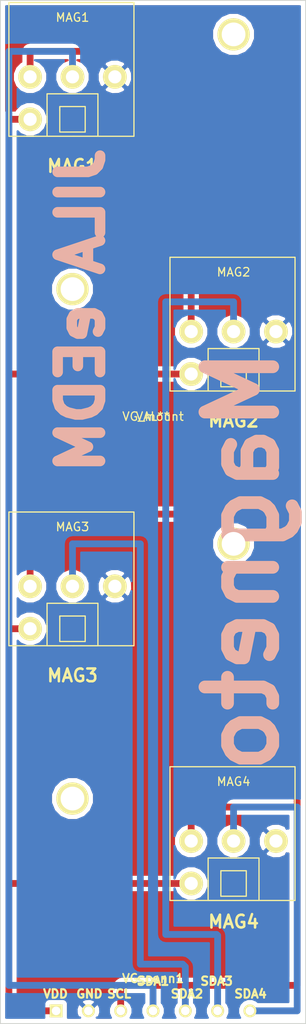
<source format=kicad_pcb>
(kicad_pcb (version 3) (host pcbnew "(2013-07-07 BZR 4022)-stable")

  (general
    (links 16)
    (no_connects 0)
    (area 179.446429 115.920999 243.511905 236.550001)
    (thickness 1.6)
    (drawings 21)
    (tracks 48)
    (zones 0)
    (modules 6)
    (nets 8)
  )

  (page A3)
  (layers
    (15 F.Cu signal)
    (0 B.Cu signal)
    (16 B.Adhes user)
    (17 F.Adhes user)
    (18 B.Paste user)
    (19 F.Paste user)
    (20 B.SilkS user)
    (21 F.SilkS user)
    (22 B.Mask user)
    (23 F.Mask user)
    (24 Dwgs.User user)
    (25 Cmts.User user)
    (26 Eco1.User user)
    (27 Eco2.User user)
    (28 Edge.Cuts user)
  )

  (setup
    (last_trace_width 0.8)
    (trace_clearance 0.254)
    (zone_clearance 0.508)
    (zone_45_only yes)
    (trace_min 0.254)
    (segment_width 0.2)
    (edge_width 0.1)
    (via_size 0.889)
    (via_drill 0.635)
    (via_min_size 0.889)
    (via_min_drill 0.508)
    (uvia_size 0.508)
    (uvia_drill 0.127)
    (uvias_allowed no)
    (uvia_min_size 0.508)
    (uvia_min_drill 0.127)
    (pcb_text_width 0.3)
    (pcb_text_size 1.5 1.5)
    (mod_edge_width 0.15)
    (mod_text_size 1 1)
    (mod_text_width 0.15)
    (pad_size 1.524 1.524)
    (pad_drill 1.016)
    (pad_to_mask_clearance 0)
    (aux_axis_origin 0 0)
    (visible_elements 7FFFFFFF)
    (pcbplotparams
      (layerselection 284196865)
      (usegerberextensions true)
      (excludeedgelayer false)
      (linewidth 0.150000)
      (plotframeref false)
      (viasonmask false)
      (mode 1)
      (useauxorigin false)
      (hpglpennumber 1)
      (hpglpenspeed 20)
      (hpglpendiameter 15)
      (hpglpenoverlay 2)
      (psnegative false)
      (psa4output false)
      (plotreference false)
      (plotvalue false)
      (plotothertext false)
      (plotinvisibletext false)
      (padsonsilk false)
      (subtractmaskfromsilk false)
      (outputformat 1)
      (mirror false)
      (drillshape 0)
      (scaleselection 1)
      (outputdirectory Gerber/))
  )

  (net 0 "")
  (net 1 GND)
  (net 2 SCL)
  (net 3 SDA1)
  (net 4 SDA2)
  (net 5 SDA3)
  (net 6 SDA4)
  (net 7 VDD)

  (net_class Default "This is the default net class."
    (clearance 0.254)
    (trace_width 0.8)
    (via_dia 0.889)
    (via_drill 0.635)
    (uvia_dia 0.508)
    (uvia_drill 0.127)
    (add_net "")
    (add_net GND)
    (add_net SCL)
    (add_net SDA1)
    (add_net SDA2)
    (add_net SDA3)
    (add_net SDA4)
    (add_net VDD)
  )

  (module VG_mount (layer F.Cu) (tedit 562EBFAB) (tstamp 562EC24B)
    (at 207.5 165)
    (fp_text reference VG_mount (at 0 0) (layer F.SilkS)
      (effects (font (size 1 1) (thickness 0.15)))
    )
    (fp_text value VAL** (at 0 0) (layer F.SilkS)
      (effects (font (size 1 1) (thickness 0.15)))
    )
    (pad "" np_thru_hole circle (at 9.5 15) (size 3.81 3.81) (drill 2.794)
      (layers *.Cu *.Mask F.SilkS)
    )
    (pad "" np_thru_hole circle (at -9.5 -15) (size 3.81 3.81) (drill 2.794)
      (layers *.Cu *.Mask F.SilkS)
    )
    (pad "" np_thru_hole circle (at -9.5 45) (size 3.81 3.81) (drill 2.794)
      (layers *.Cu *.Mask F.SilkS)
    )
    (pad "" np_thru_hole circle (at 9.5 -45) (size 3.81 3.81) (drill 2.794)
      (layers *.Cu *.Mask F.SilkS)
    )
  )

  (module bolt_conn_host_single_supply (layer F.Cu) (tedit 55CBACD5) (tstamp 562EB9D0)
    (at 198 130)
    (path /562EAC1C)
    (fp_text reference MAG1 (at 0 -12) (layer F.SilkS)
      (effects (font (size 1 1) (thickness 0.15)))
    )
    (fp_text value HMC5883 (at 0 -10) (layer F.SilkS) hide
      (effects (font (size 1 1) (thickness 0.15)))
    )
    (fp_line (start -3 -3) (end 3 -3) (layer F.SilkS) (width 0.15))
    (fp_line (start 3 -3) (end 3 2) (layer F.SilkS) (width 0.15))
    (fp_line (start 3 2) (end -3 2) (layer F.SilkS) (width 0.15))
    (fp_line (start -3 2) (end -3 -3) (layer F.SilkS) (width 0.15))
    (fp_line (start 0 2) (end 7.25 2) (layer F.SilkS) (width 0.15))
    (fp_line (start 7.25 2) (end 7.25 -13.75) (layer F.SilkS) (width 0.15))
    (fp_line (start 7.25 -13.75) (end -7.5 -13.75) (layer F.SilkS) (width 0.15))
    (fp_line (start -7.5 -13.75) (end -7.5 2) (layer F.SilkS) (width 0.15))
    (fp_line (start -7.5 2) (end 0.25 2) (layer F.SilkS) (width 0.15))
    (fp_line (start -1.5 -1.5) (end 1.5 -1.5) (layer F.SilkS) (width 0.15))
    (fp_line (start 1.5 -1.5) (end 1.5 1.5) (layer F.SilkS) (width 0.15))
    (fp_line (start 1.5 1.5) (end -1.5 1.5) (layer F.SilkS) (width 0.15))
    (fp_line (start -1.5 1.5) (end -1.5 -1.5) (layer F.SilkS) (width 0.15))
    (fp_line (start -1.5 -1.5) (end -1.5 -1) (layer F.SilkS) (width 0.15))
    (pad 4 thru_hole circle (at 0 -5) (size 2.8 2.8) (drill 1.55)
      (layers *.Cu F.SilkS F.Mask)
      (net 3 SDA1)
    )
    (pad 2 thru_hole circle (at 5 -5) (size 2.8 2.8) (drill 1.55)
      (layers *.Cu F.SilkS F.Mask)
      (net 1 GND)
    )
    (pad 3 thru_hole circle (at -5 -5) (size 2.8 2.8) (drill 1.55)
      (layers *.Cu F.SilkS F.Mask)
      (net 2 SCL)
    )
    (pad 1 thru_hole circle (at -5 0) (size 2.8 2.8) (drill 1.55)
      (layers *.Cu F.SilkS F.Mask)
      (net 7 VDD)
    )
  )

  (module bolt_conn_host_single_supply (layer F.Cu) (tedit 55CBACD5) (tstamp 562EAEC9)
    (at 198 190)
    (path /562EAC29)
    (fp_text reference MAG3 (at 0 -12) (layer F.SilkS)
      (effects (font (size 1 1) (thickness 0.15)))
    )
    (fp_text value HMC5883 (at 0 -10) (layer F.SilkS) hide
      (effects (font (size 1 1) (thickness 0.15)))
    )
    (fp_line (start -3 -3) (end 3 -3) (layer F.SilkS) (width 0.15))
    (fp_line (start 3 -3) (end 3 2) (layer F.SilkS) (width 0.15))
    (fp_line (start 3 2) (end -3 2) (layer F.SilkS) (width 0.15))
    (fp_line (start -3 2) (end -3 -3) (layer F.SilkS) (width 0.15))
    (fp_line (start 0 2) (end 7.25 2) (layer F.SilkS) (width 0.15))
    (fp_line (start 7.25 2) (end 7.25 -13.75) (layer F.SilkS) (width 0.15))
    (fp_line (start 7.25 -13.75) (end -7.5 -13.75) (layer F.SilkS) (width 0.15))
    (fp_line (start -7.5 -13.75) (end -7.5 2) (layer F.SilkS) (width 0.15))
    (fp_line (start -7.5 2) (end 0.25 2) (layer F.SilkS) (width 0.15))
    (fp_line (start -1.5 -1.5) (end 1.5 -1.5) (layer F.SilkS) (width 0.15))
    (fp_line (start 1.5 -1.5) (end 1.5 1.5) (layer F.SilkS) (width 0.15))
    (fp_line (start 1.5 1.5) (end -1.5 1.5) (layer F.SilkS) (width 0.15))
    (fp_line (start -1.5 1.5) (end -1.5 -1.5) (layer F.SilkS) (width 0.15))
    (fp_line (start -1.5 -1.5) (end -1.5 -1) (layer F.SilkS) (width 0.15))
    (pad 4 thru_hole circle (at 0 -5) (size 2.8 2.8) (drill 1.55)
      (layers *.Cu F.SilkS F.Mask)
      (net 5 SDA3)
    )
    (pad 2 thru_hole circle (at 5 -5) (size 2.8 2.8) (drill 1.55)
      (layers *.Cu F.SilkS F.Mask)
      (net 1 GND)
    )
    (pad 3 thru_hole circle (at -5 -5) (size 2.8 2.8) (drill 1.55)
      (layers *.Cu F.SilkS F.Mask)
      (net 2 SCL)
    )
    (pad 1 thru_hole circle (at -5 0) (size 2.8 2.8) (drill 1.55)
      (layers *.Cu F.SilkS F.Mask)
      (net 7 VDD)
    )
  )

  (module bolt_conn_host_single_supply (layer F.Cu) (tedit 55CBACD5) (tstamp 562EC016)
    (at 217 160)
    (path /562EAC3B)
    (fp_text reference MAG2 (at 0 -12) (layer F.SilkS)
      (effects (font (size 1 1) (thickness 0.15)))
    )
    (fp_text value HMC5883 (at 0 -10) (layer F.SilkS) hide
      (effects (font (size 1 1) (thickness 0.15)))
    )
    (fp_line (start -3 -3) (end 3 -3) (layer F.SilkS) (width 0.15))
    (fp_line (start 3 -3) (end 3 2) (layer F.SilkS) (width 0.15))
    (fp_line (start 3 2) (end -3 2) (layer F.SilkS) (width 0.15))
    (fp_line (start -3 2) (end -3 -3) (layer F.SilkS) (width 0.15))
    (fp_line (start 0 2) (end 7.25 2) (layer F.SilkS) (width 0.15))
    (fp_line (start 7.25 2) (end 7.25 -13.75) (layer F.SilkS) (width 0.15))
    (fp_line (start 7.25 -13.75) (end -7.5 -13.75) (layer F.SilkS) (width 0.15))
    (fp_line (start -7.5 -13.75) (end -7.5 2) (layer F.SilkS) (width 0.15))
    (fp_line (start -7.5 2) (end 0.25 2) (layer F.SilkS) (width 0.15))
    (fp_line (start -1.5 -1.5) (end 1.5 -1.5) (layer F.SilkS) (width 0.15))
    (fp_line (start 1.5 -1.5) (end 1.5 1.5) (layer F.SilkS) (width 0.15))
    (fp_line (start 1.5 1.5) (end -1.5 1.5) (layer F.SilkS) (width 0.15))
    (fp_line (start -1.5 1.5) (end -1.5 -1.5) (layer F.SilkS) (width 0.15))
    (fp_line (start -1.5 -1.5) (end -1.5 -1) (layer F.SilkS) (width 0.15))
    (pad 4 thru_hole circle (at 0 -5) (size 2.8 2.8) (drill 1.55)
      (layers *.Cu F.SilkS F.Mask)
      (net 4 SDA2)
    )
    (pad 2 thru_hole circle (at 5 -5) (size 2.8 2.8) (drill 1.55)
      (layers *.Cu F.SilkS F.Mask)
      (net 1 GND)
    )
    (pad 3 thru_hole circle (at -5 -5) (size 2.8 2.8) (drill 1.55)
      (layers *.Cu F.SilkS F.Mask)
      (net 2 SCL)
    )
    (pad 1 thru_hole circle (at -5 0) (size 2.8 2.8) (drill 1.55)
      (layers *.Cu F.SilkS F.Mask)
      (net 7 VDD)
    )
  )

  (module bolt_conn_host_single_supply (layer F.Cu) (tedit 55CBACD5) (tstamp 562EAEF5)
    (at 217 220)
    (path /562EAC41)
    (fp_text reference MAG4 (at 0 -12) (layer F.SilkS)
      (effects (font (size 1 1) (thickness 0.15)))
    )
    (fp_text value HMC5883 (at 0 -10) (layer F.SilkS) hide
      (effects (font (size 1 1) (thickness 0.15)))
    )
    (fp_line (start -3 -3) (end 3 -3) (layer F.SilkS) (width 0.15))
    (fp_line (start 3 -3) (end 3 2) (layer F.SilkS) (width 0.15))
    (fp_line (start 3 2) (end -3 2) (layer F.SilkS) (width 0.15))
    (fp_line (start -3 2) (end -3 -3) (layer F.SilkS) (width 0.15))
    (fp_line (start 0 2) (end 7.25 2) (layer F.SilkS) (width 0.15))
    (fp_line (start 7.25 2) (end 7.25 -13.75) (layer F.SilkS) (width 0.15))
    (fp_line (start 7.25 -13.75) (end -7.5 -13.75) (layer F.SilkS) (width 0.15))
    (fp_line (start -7.5 -13.75) (end -7.5 2) (layer F.SilkS) (width 0.15))
    (fp_line (start -7.5 2) (end 0.25 2) (layer F.SilkS) (width 0.15))
    (fp_line (start -1.5 -1.5) (end 1.5 -1.5) (layer F.SilkS) (width 0.15))
    (fp_line (start 1.5 -1.5) (end 1.5 1.5) (layer F.SilkS) (width 0.15))
    (fp_line (start 1.5 1.5) (end -1.5 1.5) (layer F.SilkS) (width 0.15))
    (fp_line (start -1.5 1.5) (end -1.5 -1.5) (layer F.SilkS) (width 0.15))
    (fp_line (start -1.5 -1.5) (end -1.5 -1) (layer F.SilkS) (width 0.15))
    (pad 4 thru_hole circle (at 0 -5) (size 2.8 2.8) (drill 1.55)
      (layers *.Cu F.SilkS F.Mask)
      (net 6 SDA4)
    )
    (pad 2 thru_hole circle (at 5 -5) (size 2.8 2.8) (drill 1.55)
      (layers *.Cu F.SilkS F.Mask)
      (net 1 GND)
    )
    (pad 3 thru_hole circle (at -5 -5) (size 2.8 2.8) (drill 1.55)
      (layers *.Cu F.SilkS F.Mask)
      (net 2 SCL)
    )
    (pad 1 thru_hole circle (at -5 0) (size 2.8 2.8) (drill 1.55)
      (layers *.Cu F.SilkS F.Mask)
      (net 7 VDD)
    )
  )

  (module VG_conn (layer F.Cu) (tedit 562EC459) (tstamp 562EC488)
    (at 207.5 235)
    (descr "Double rangee de contacts 2 x 4 pins")
    (tags CONN)
    (path /562EB5C6)
    (fp_text reference VG_conn1 (at 0 -3.81) (layer F.SilkS)
      (effects (font (size 1.016 1.016) (thickness 0.2032)))
    )
    (fp_text value VG_CONN (at 0 -6.35) (layer F.SilkS) hide
      (effects (font (size 1.016 1.016) (thickness 0.2032)))
    )
    (pad 1 thru_hole rect (at -11.43 0) (size 1.524 1.524) (drill 1.016)
      (layers *.Cu *.Mask F.SilkS)
      (net 7 VDD)
    )
    (pad 2 thru_hole circle (at -7.62 0) (size 1.524 1.524) (drill 1.016)
      (layers *.Cu *.Mask F.SilkS)
      (net 1 GND)
    )
    (pad 3 thru_hole circle (at -3.81 0) (size 1.524 1.524) (drill 1.016)
      (layers *.Cu *.Mask F.SilkS)
      (net 2 SCL)
    )
    (pad 4 thru_hole circle (at 0 0) (size 1.524 1.524) (drill 1.016)
      (layers *.Cu *.Mask F.SilkS)
      (net 3 SDA1)
    )
    (pad 6 thru_hole circle (at 3.81 0) (size 1.524 1.524) (drill 1.016)
      (layers *.Cu *.Mask F.SilkS)
      (net 5 SDA3)
    )
    (pad 5 thru_hole circle (at 7.62 0) (size 1.524 1.524) (drill 1.016)
      (layers *.Cu *.Mask F.SilkS)
      (net 4 SDA2)
    )
    (pad 7 thru_hole circle (at 11.43 0) (size 1.524 1.524) (drill 1.016)
      (layers *.Cu *.Mask F.SilkS)
      (net 6 SDA4)
    )
    (model pin_array/pins_array_4x2.wrl
      (at (xyz 0 0 0))
      (scale (xyz 1 1 1))
      (rotate (xyz 0 0 0))
    )
  )

  (gr_text Magneto (at 218 182 90) (layer B.SilkS)
    (effects (font (size 8 8) (thickness 1.5)) (justify mirror))
  )
  (gr_text "JILA eEDM" (at 199 152.5 90) (layer B.SilkS)
    (effects (font (size 5 5) (thickness 1.25)) (justify mirror))
  )
  (gr_text SDA4 (at 219 233) (layer F.SilkS)
    (effects (font (size 1 1) (thickness 0.25)))
  )
  (gr_text SDA3 (at 215 231.5) (layer F.SilkS)
    (effects (font (size 1 1) (thickness 0.25)))
  )
  (gr_text SDA2 (at 211.5 233) (layer F.SilkS)
    (effects (font (size 1 1) (thickness 0.25)))
  )
  (gr_text SDA1 (at 207.5 231.5) (layer F.SilkS)
    (effects (font (size 1 1) (thickness 0.25)))
  )
  (gr_text SCL (at 203.5 233) (layer F.SilkS)
    (effects (font (size 1 1) (thickness 0.25)))
  )
  (gr_text GND (at 200 233) (layer F.SilkS)
    (effects (font (size 1 1) (thickness 0.25)))
  )
  (gr_text VDD (at 196 233) (layer F.SilkS)
    (effects (font (size 1 1) (thickness 0.25)))
  )
  (gr_text MAG4 (at 217 224.5) (layer F.SilkS)
    (effects (font (size 1.5 1.5) (thickness 0.3)))
  )
  (gr_text MAG3 (at 198 195.5) (layer F.SilkS)
    (effects (font (size 1.5 1.5) (thickness 0.3)))
  )
  (gr_text MAG2 (at 217 165.5) (layer F.SilkS)
    (effects (font (size 1.5 1.5) (thickness 0.3)))
  )
  (gr_text MAG1 (at 198 135.5) (layer F.SilkS)
    (effects (font (size 1.5 1.5) (thickness 0.3)))
  )
  (gr_line (start 189.5 236.5) (end 190 236.5) (angle 90) (layer Edge.Cuts) (width 0.1))
  (gr_line (start 189.5 116) (end 189.5 236.5) (angle 90) (layer Edge.Cuts) (width 0.1))
  (gr_line (start 190 116) (end 189.5 116) (angle 90) (layer Edge.Cuts) (width 0.1))
  (gr_line (start 190 116) (end 225 116) (angle 90) (layer Edge.Cuts) (width 0.1))
  (gr_line (start 225.5 236.5) (end 225 236.5) (angle 90) (layer Edge.Cuts) (width 0.1))
  (gr_line (start 225.5 116) (end 225.5 236.5) (angle 90) (layer Edge.Cuts) (width 0.1))
  (gr_line (start 225 116) (end 225.5 116) (angle 90) (layer Edge.Cuts) (width 0.1))
  (gr_line (start 190 236.5) (end 225 236.5) (angle 90) (layer Edge.Cuts) (width 0.1))

  (segment (start 193 185) (end 193 177) (width 0.8) (layer F.Cu) (net 2))
  (segment (start 193.5 176.5) (end 224.5 176.5) (width 0.8) (layer F.Cu) (net 2) (tstamp 562EC35F))
  (segment (start 193 177) (end 193.5 176.5) (width 0.8) (layer F.Cu) (net 2) (tstamp 562EC35E))
  (segment (start 193 125) (end 193 122) (width 0.8) (layer F.Cu) (net 2))
  (segment (start 224.5 124) (end 224.5 149.5) (width 0.8) (layer F.Cu) (net 2) (tstamp 562EC2DD))
  (segment (start 212.5 124) (end 224.5 124) (width 0.8) (layer F.Cu) (net 2) (tstamp 562EC2DA))
  (segment (start 210.5 122) (end 212.5 124) (width 0.8) (layer F.Cu) (net 2) (tstamp 562EC2D6))
  (segment (start 193 122) (end 210.5 122) (width 0.8) (layer F.Cu) (net 2) (tstamp 562EC2D5))
  (segment (start 203.69 235) (end 203.69 232.19) (width 0.8) (layer F.Cu) (net 2))
  (segment (start 224.5 232) (end 224.5 211) (width 0.8) (layer F.Cu) (net 2) (tstamp 562EC2C1))
  (segment (start 203.88 232) (end 224.5 232) (width 0.8) (layer F.Cu) (net 2) (tstamp 562EC2BD))
  (segment (start 203.69 232.19) (end 203.88 232) (width 0.8) (layer F.Cu) (net 2) (tstamp 562EC2B1))
  (segment (start 212 215) (end 212 211) (width 0.8) (layer F.Cu) (net 2))
  (segment (start 212 149.5) (end 212 155) (width 0.8) (layer F.Cu) (net 2) (tstamp 562EC2A7))
  (segment (start 224.5 149.5) (end 212 149.5) (width 0.8) (layer F.Cu) (net 2) (tstamp 562EC28D))
  (segment (start 224.5 211) (end 224.5 176.5) (width 0.8) (layer F.Cu) (net 2) (tstamp 562EC289))
  (segment (start 224.5 176.5) (end 224.5 149.5) (width 0.8) (layer F.Cu) (net 2) (tstamp 562EC364))
  (segment (start 212 211) (end 224.5 211) (width 0.8) (layer F.Cu) (net 2) (tstamp 562EC285))
  (segment (start 198 125) (end 198 122) (width 0.8) (layer B.Cu) (net 3))
  (segment (start 207.5 232) (end 207.5 235) (width 0.8) (layer B.Cu) (net 3) (tstamp 562EC301))
  (segment (start 190.5 232) (end 207.5 232) (width 0.8) (layer B.Cu) (net 3) (tstamp 562EC2F9))
  (segment (start 190.5 122) (end 190.5 232) (width 0.8) (layer B.Cu) (net 3) (tstamp 562EC2F7))
  (segment (start 198 122) (end 190.5 122) (width 0.8) (layer B.Cu) (net 3) (tstamp 562EC2F4))
  (segment (start 217 155) (end 217 151.5) (width 0.8) (layer B.Cu) (net 4))
  (segment (start 215.12 226.12) (end 215.12 235) (width 0.8) (layer B.Cu) (net 4) (tstamp 562EC4D1))
  (segment (start 215 226) (end 215.12 226.12) (width 0.8) (layer B.Cu) (net 4) (tstamp 562EC4CF))
  (segment (start 209 226) (end 215 226) (width 0.8) (layer B.Cu) (net 4) (tstamp 562EC4C4))
  (segment (start 209 151.5) (end 209 226) (width 0.8) (layer B.Cu) (net 4) (tstamp 562EC4C2))
  (segment (start 217 151.5) (end 209 151.5) (width 0.8) (layer B.Cu) (net 4) (tstamp 562EC4BF))
  (segment (start 198 185) (end 198 180) (width 0.8) (layer B.Cu) (net 5))
  (segment (start 211.31 229.81) (end 211.31 235) (width 0.8) (layer B.Cu) (net 5) (tstamp 562EC4B4))
  (segment (start 211 229.5) (end 211.31 229.81) (width 0.8) (layer B.Cu) (net 5) (tstamp 562EC4B0))
  (segment (start 206 229.5) (end 211 229.5) (width 0.8) (layer B.Cu) (net 5) (tstamp 562EC4A4))
  (segment (start 206 180) (end 206 229.5) (width 0.8) (layer B.Cu) (net 5) (tstamp 562EC4A2))
  (segment (start 198 180) (end 206 180) (width 0.8) (layer B.Cu) (net 5) (tstamp 562EC4A1))
  (segment (start 217 215) (end 217 211) (width 0.8) (layer B.Cu) (net 6))
  (segment (start 224.5 235) (end 218.93 235) (width 0.8) (layer B.Cu) (net 6) (tstamp 562EC53B))
  (segment (start 224.5 211) (end 224.5 235) (width 0.8) (layer B.Cu) (net 6) (tstamp 562EC4DB))
  (segment (start 217 211) (end 224.5 211) (width 0.8) (layer B.Cu) (net 6) (tstamp 562EC4D8))
  (segment (start 212 160) (end 190.5 160) (width 0.8) (layer F.Cu) (net 7))
  (segment (start 212 220) (end 190.5 220) (width 0.8) (layer F.Cu) (net 7))
  (segment (start 190.5 190) (end 190.5 220) (width 0.8) (layer F.Cu) (net 7))
  (segment (start 190.5 220) (end 190.5 235) (width 0.8) (layer F.Cu) (net 7) (tstamp 562EC256))
  (segment (start 190.5 235) (end 196.07 235) (width 0.8) (layer F.Cu) (net 7) (tstamp 562EC215))
  (segment (start 193 130) (end 190.5 130) (width 0.8) (layer F.Cu) (net 7))
  (segment (start 190.5 190) (end 193 190) (width 0.8) (layer F.Cu) (net 7) (tstamp 562EC20B))
  (segment (start 190.5 130) (end 190.5 160) (width 0.8) (layer F.Cu) (net 7) (tstamp 562EC20A))
  (segment (start 190.5 160) (end 190.5 190) (width 0.8) (layer F.Cu) (net 7) (tstamp 562EC25A))

  (zone (net 0) (net_name "") (layer F.Cu) (tstamp 562EC5AF) (hatch edge 0.508)
    (connect_pads (clearance 0.508))
    (min_thickness 0.254)
    (keepout (tracks not_allowed) (vias not_allowed) (copperpour allowed))
    (fill (arc_segments 16) (thermal_gap 0.508) (thermal_bridge_width 0.508))
    (polygon
      (pts
        (xy 201 132) (xy 195 132) (xy 195 127) (xy 201 127)
      )
    )
  )
  (zone (net 0) (net_name "") (layer B.Cu) (tstamp 562EC5B8) (hatch edge 0.508)
    (connect_pads (clearance 0.508))
    (min_thickness 0.254)
    (keepout (tracks not_allowed) (vias not_allowed) (copperpour allowed))
    (fill (arc_segments 16) (thermal_gap 0.508) (thermal_bridge_width 0.508))
    (polygon
      (pts
        (xy 201 132) (xy 195 132) (xy 195 127) (xy 201 127)
      )
    )
  )
  (zone (net 0) (net_name "") (layer B.Cu) (tstamp 562EC5C2) (hatch edge 0.508)
    (connect_pads (clearance 0.508))
    (min_thickness 0.254)
    (keepout (tracks not_allowed) (vias not_allowed) (copperpour allowed))
    (fill (arc_segments 16) (thermal_gap 0.508) (thermal_bridge_width 0.508))
    (polygon
      (pts
        (xy 220 162) (xy 214 162) (xy 214 157) (xy 220 157)
      )
    )
  )
  (zone (net 0) (net_name "") (layer F.Cu) (tstamp 562EC5C9) (hatch edge 0.508)
    (connect_pads (clearance 0.508))
    (min_thickness 0.254)
    (keepout (tracks not_allowed) (vias not_allowed) (copperpour allowed))
    (fill (arc_segments 16) (thermal_gap 0.508) (thermal_bridge_width 0.508))
    (polygon
      (pts
        (xy 220 162) (xy 214 162) (xy 214 157) (xy 220 157)
      )
    )
  )
  (zone (net 0) (net_name "") (layer F.Cu) (tstamp 562EC5D4) (hatch edge 0.508)
    (connect_pads (clearance 0.508))
    (min_thickness 0.254)
    (keepout (tracks not_allowed) (vias not_allowed) (copperpour allowed))
    (fill (arc_segments 16) (thermal_gap 0.508) (thermal_bridge_width 0.508))
    (polygon
      (pts
        (xy 201 192) (xy 195 192) (xy 195 187) (xy 201 187)
      )
    )
  )
  (zone (net 0) (net_name "") (layer B.Cu) (tstamp 562EC5DC) (hatch edge 0.508)
    (connect_pads (clearance 0.508))
    (min_thickness 0.254)
    (keepout (tracks not_allowed) (vias not_allowed) (copperpour allowed))
    (fill (arc_segments 16) (thermal_gap 0.508) (thermal_bridge_width 0.508))
    (polygon
      (pts
        (xy 201 192) (xy 195 192) (xy 195 187) (xy 201 187)
      )
    )
  )
  (zone (net 0) (net_name "") (layer B.Cu) (tstamp 562EC5E5) (hatch edge 0.508)
    (connect_pads (clearance 0.508))
    (min_thickness 0.254)
    (keepout (tracks not_allowed) (vias not_allowed) (copperpour allowed))
    (fill (arc_segments 16) (thermal_gap 0.508) (thermal_bridge_width 0.508))
    (polygon
      (pts
        (xy 220 222) (xy 214 222) (xy 214 217) (xy 220 217)
      )
    )
  )
  (zone (net 0) (net_name "") (layer F.Cu) (tstamp 562EC5ED) (hatch edge 0.508)
    (connect_pads (clearance 0.508))
    (min_thickness 0.254)
    (keepout (tracks not_allowed) (vias not_allowed) (copperpour allowed))
    (fill (arc_segments 16) (thermal_gap 0.508) (thermal_bridge_width 0.508))
    (polygon
      (pts
        (xy 220 222) (xy 214 222) (xy 214 217) (xy 220 217)
      )
    )
  )
  (zone (net 1) (net_name GND) (layer F.Cu) (tstamp 562EC5FE) (hatch edge 0.508)
    (connect_pads (clearance 0.508))
    (min_thickness 0.254)
    (fill (arc_segments 16) (thermal_gap 0.508) (thermal_bridge_width 0.508))
    (polygon
      (pts
        (xy 225.5 236.5) (xy 189.5 236.5) (xy 189.5 116) (xy 225.5 116)
      )
    )
    (filled_polygon
      (pts
        (xy 223.465 230.965) (xy 223.262118 230.965) (xy 219.035352 230.965) (xy 219.035352 214.596989) (xy 218.726195 213.848771)
        (xy 218.15424 213.275817) (xy 217.406562 212.965354) (xy 216.596989 212.964648) (xy 215.848771 213.273805) (xy 215.275817 213.84576)
        (xy 214.965354 214.593438) (xy 214.964648 215.403011) (xy 215.273805 216.151229) (xy 215.84576 216.724183) (xy 216.593438 217.034646)
        (xy 217.403011 217.035352) (xy 218.151229 216.726195) (xy 218.724183 216.15424) (xy 219.034646 215.406562) (xy 219.035352 214.596989)
        (xy 219.035352 230.965) (xy 203.88 230.965) (xy 203.483923 231.043785) (xy 203.148144 231.268144) (xy 203.148141 231.268147)
        (xy 202.958144 231.458144) (xy 202.733785 231.793923) (xy 202.654999 232.19) (xy 202.655 232.190005) (xy 202.655 234.059261)
        (xy 202.506372 234.20763) (xy 202.293244 234.720901) (xy 202.292759 235.276661) (xy 202.504991 235.790303) (xy 202.529644 235.815)
        (xy 201.289143 235.815) (xy 200.874607 235.815) (xy 200.860214 235.800606) (xy 201.102396 235.731142) (xy 201.289143 235.207696)
        (xy 201.26136 234.652631) (xy 201.102396 234.268858) (xy 200.860212 234.199393) (xy 200.680607 234.378998) (xy 200.680607 234.019788)
        (xy 200.611142 233.777604) (xy 200.087696 233.590857) (xy 199.532631 233.61864) (xy 199.148858 233.777604) (xy 199.079393 234.019788)
        (xy 199.88 234.820395) (xy 200.680607 234.019788) (xy 200.680607 234.378998) (xy 200.059605 235) (xy 200.073747 235.014142)
        (xy 199.894142 235.193747) (xy 199.88 235.179605) (xy 199.865857 235.193747) (xy 199.700395 235.028285) (xy 199.686252 235.014142)
        (xy 199.700395 235) (xy 198.899788 234.199393) (xy 198.657604 234.268858) (xy 198.470857 234.792304) (xy 198.49864 235.347369)
        (xy 198.657604 235.731142) (xy 198.899785 235.800606) (xy 198.885392 235.815) (xy 197.466953 235.815) (xy 197.46711 235.636245)
        (xy 197.46711 234.112245) (xy 197.370641 233.878771) (xy 197.192168 233.699987) (xy 196.958864 233.603111) (xy 196.706245 233.60289)
        (xy 195.182245 233.60289) (xy 194.948771 233.699359) (xy 194.769987 233.877832) (xy 194.733791 233.965) (xy 191.535 233.965)
        (xy 191.535 221.035) (xy 210.22578 221.035) (xy 210.273805 221.151229) (xy 210.84576 221.724183) (xy 211.593438 222.034646)
        (xy 212.403011 222.035352) (xy 213.151229 221.726195) (xy 213.724183 221.15424) (xy 214.034646 220.406562) (xy 214.035352 219.596989)
        (xy 213.726195 218.848771) (xy 213.15424 218.275817) (xy 212.406562 217.965354) (xy 211.596989 217.964648) (xy 210.848771 218.273805)
        (xy 210.275817 218.84576) (xy 210.226304 218.965) (xy 205.043404 218.965) (xy 205.043404 185.359969) (xy 205.025613 184.550591)
        (xy 204.750105 183.885455) (xy 204.441723 183.737882) (xy 204.262118 183.917487) (xy 204.262118 183.558277) (xy 204.114545 183.249895)
        (xy 203.359969 182.956596) (xy 202.550591 182.974387) (xy 201.885455 183.249895) (xy 201.737882 183.558277) (xy 203 184.820395)
        (xy 204.262118 183.558277) (xy 204.262118 183.917487) (xy 203.179605 185) (xy 204.441723 186.262118) (xy 204.750105 186.114545)
        (xy 205.043404 185.359969) (xy 205.043404 218.965) (xy 204.262118 218.965) (xy 204.262118 186.441723) (xy 203 185.179605)
        (xy 202.820395 185.35921) (xy 202.820395 185) (xy 201.558277 183.737882) (xy 201.249895 183.885455) (xy 200.956596 184.640031)
        (xy 200.974387 185.449409) (xy 201.249895 186.114545) (xy 201.558277 186.262118) (xy 202.820395 185) (xy 202.820395 185.35921)
        (xy 201.737882 186.441723) (xy 201.885455 186.750105) (xy 202.640031 187.043404) (xy 203.449409 187.025613) (xy 204.114545 186.750105)
        (xy 204.262118 186.441723) (xy 204.262118 218.965) (xy 200.540439 218.965) (xy 200.540439 209.496979) (xy 200.154562 208.563086)
        (xy 200.035352 208.443667) (xy 200.035352 184.596989) (xy 199.726195 183.848771) (xy 199.15424 183.275817) (xy 198.406562 182.965354)
        (xy 197.596989 182.964648) (xy 196.848771 183.273805) (xy 196.275817 183.84576) (xy 195.965354 184.593438) (xy 195.964648 185.403011)
        (xy 196.273805 186.151229) (xy 196.84576 186.724183) (xy 197.593438 187.034646) (xy 198.403011 187.035352) (xy 199.151229 186.726195)
        (xy 199.724183 186.15424) (xy 200.034646 185.406562) (xy 200.035352 184.596989) (xy 200.035352 208.443667) (xy 199.440673 207.847949)
        (xy 198.507454 207.460442) (xy 197.496979 207.459561) (xy 196.563086 207.845438) (xy 195.847949 208.559327) (xy 195.460442 209.492546)
        (xy 195.459561 210.503021) (xy 195.845438 211.436914) (xy 196.559327 212.152051) (xy 197.492546 212.539558) (xy 198.503021 212.540439)
        (xy 199.436914 212.154562) (xy 200.152051 211.440673) (xy 200.539558 210.507454) (xy 200.540439 209.496979) (xy 200.540439 218.965)
        (xy 191.535 218.965) (xy 191.535 191.41288) (xy 191.84576 191.724183) (xy 192.593438 192.034646) (xy 193.403011 192.035352)
        (xy 194.151229 191.726195) (xy 194.724183 191.15424) (xy 195.034646 190.406562) (xy 195.035352 189.596989) (xy 194.726195 188.848771)
        (xy 194.15424 188.275817) (xy 193.406562 187.965354) (xy 192.596989 187.964648) (xy 191.848771 188.273805) (xy 191.535 188.587028)
        (xy 191.535 186.41288) (xy 191.84576 186.724183) (xy 192.593438 187.034646) (xy 193.403011 187.035352) (xy 194.151229 186.726195)
        (xy 194.724183 186.15424) (xy 195.034646 185.406562) (xy 195.035352 184.596989) (xy 194.726195 183.848771) (xy 194.15424 183.275817)
        (xy 194.035 183.226304) (xy 194.035 177.535) (xy 216.314402 177.535) (xy 215.563086 177.845438) (xy 214.847949 178.559327)
        (xy 214.460442 179.492546) (xy 214.459561 180.503021) (xy 214.845438 181.436914) (xy 215.559327 182.152051) (xy 216.492546 182.539558)
        (xy 217.503021 182.540439) (xy 218.436914 182.154562) (xy 219.152051 181.440673) (xy 219.539558 180.507454) (xy 219.540439 179.496979)
        (xy 219.154562 178.563086) (xy 218.440673 177.847949) (xy 217.687009 177.535) (xy 223.465 177.535) (xy 223.465 209.965)
        (xy 212 209.965) (xy 211.603923 210.043785) (xy 211.268144 210.268144) (xy 211.043785 210.603923) (xy 210.965 211)
        (xy 210.965 213.22578) (xy 210.848771 213.273805) (xy 210.275817 213.84576) (xy 209.965354 214.593438) (xy 209.964648 215.403011)
        (xy 210.273805 216.151229) (xy 210.84576 216.724183) (xy 211.593438 217.034646) (xy 212.403011 217.035352) (xy 213.151229 216.726195)
        (xy 213.724183 216.15424) (xy 214.034646 215.406562) (xy 214.035352 214.596989) (xy 213.726195 213.848771) (xy 213.15424 213.275817)
        (xy 213.035 213.226304) (xy 213.035 212.035) (xy 223.465 212.035) (xy 223.465 213.534214) (xy 223.375589 213.444803)
        (xy 223.262117 213.558274) (xy 223.114545 213.249895) (xy 222.359969 212.956596) (xy 221.550591 212.974387) (xy 220.885455 213.249895)
        (xy 220.737882 213.558277) (xy 222 214.820395) (xy 222.014142 214.806252) (xy 222.193747 214.985857) (xy 222.179605 215)
        (xy 222.193747 215.014142) (xy 222.014142 215.193747) (xy 222 215.179605) (xy 221.820395 215.35921) (xy 221.820395 215)
        (xy 220.558277 213.737882) (xy 220.249895 213.885455) (xy 219.956596 214.640031) (xy 219.974387 215.449409) (xy 220.249895 216.114545)
        (xy 220.558277 216.262118) (xy 221.820395 215) (xy 221.820395 215.35921) (xy 220.737882 216.441723) (xy 220.885455 216.750105)
        (xy 221.640031 217.043404) (xy 222.449409 217.025613) (xy 223.114545 216.750105) (xy 223.262117 216.441725) (xy 223.262118 216.441726)
        (xy 223.375589 216.555197) (xy 223.465 216.465786) (xy 223.465 230.965)
      )
    )
    (filled_polygon
      (pts
        (xy 224.815 123.027657) (xy 224.5 122.965) (xy 219.540439 122.965) (xy 219.540439 119.496979) (xy 219.154562 118.563086)
        (xy 218.440673 117.847949) (xy 217.507454 117.460442) (xy 216.496979 117.459561) (xy 215.563086 117.845438) (xy 214.847949 118.559327)
        (xy 214.460442 119.492546) (xy 214.459561 120.503021) (xy 214.845438 121.436914) (xy 215.559327 122.152051) (xy 216.492546 122.539558)
        (xy 217.503021 122.540439) (xy 218.436914 122.154562) (xy 219.152051 121.440673) (xy 219.539558 120.507454) (xy 219.540439 119.496979)
        (xy 219.540439 122.965) (xy 212.928711 122.965) (xy 211.231856 121.268144) (xy 210.896077 121.043785) (xy 210.5 120.964999)
        (xy 210.499994 120.965) (xy 193 120.965) (xy 192.603923 121.043785) (xy 192.268144 121.268144) (xy 192.043785 121.603923)
        (xy 191.965 122) (xy 191.965 123.22578) (xy 191.848771 123.273805) (xy 191.275817 123.84576) (xy 190.965354 124.593438)
        (xy 190.964648 125.403011) (xy 191.273805 126.151229) (xy 191.84576 126.724183) (xy 192.593438 127.034646) (xy 193.403011 127.035352)
        (xy 194.151229 126.726195) (xy 194.724183 126.15424) (xy 195.034646 125.406562) (xy 195.035352 124.596989) (xy 194.726195 123.848771)
        (xy 194.15424 123.275817) (xy 194.035 123.226304) (xy 194.035 123.035) (xy 197.426723 123.035) (xy 196.848771 123.273805)
        (xy 196.275817 123.84576) (xy 195.965354 124.593438) (xy 195.964648 125.403011) (xy 196.273805 126.151229) (xy 196.84576 126.724183)
        (xy 197.593438 127.034646) (xy 198.403011 127.035352) (xy 199.151229 126.726195) (xy 199.724183 126.15424) (xy 200.034646 125.406562)
        (xy 200.035352 124.596989) (xy 199.726195 123.848771) (xy 199.15424 123.275817) (xy 198.574288 123.035) (xy 202.404258 123.035)
        (xy 201.885455 123.249895) (xy 201.737882 123.558277) (xy 203 124.820395) (xy 204.262118 123.558277) (xy 204.114545 123.249895)
        (xy 203.56168 123.035) (xy 210.071288 123.035) (xy 211.768141 124.731852) (xy 211.768144 124.731856) (xy 212.103923 124.956215)
        (xy 212.5 125.035001) (xy 212.5 125.035) (xy 212.500005 125.035) (xy 223.465 125.035) (xy 223.465 148.465)
        (xy 212 148.465) (xy 211.603923 148.543785) (xy 211.268144 148.768144) (xy 211.043785 149.103923) (xy 210.965 149.5)
        (xy 210.965 153.22578) (xy 210.848771 153.273805) (xy 210.275817 153.84576) (xy 209.965354 154.593438) (xy 209.964648 155.403011)
        (xy 210.273805 156.151229) (xy 210.84576 156.724183) (xy 211.593438 157.034646) (xy 212.403011 157.035352) (xy 213.151229 156.726195)
        (xy 213.724183 156.15424) (xy 214.034646 155.406562) (xy 214.035352 154.596989) (xy 213.726195 153.848771) (xy 213.15424 153.275817)
        (xy 213.035 153.226304) (xy 213.035 150.535) (xy 223.465 150.535) (xy 223.465 153.534214) (xy 223.375589 153.444803)
        (xy 223.262117 153.558274) (xy 223.114545 153.249895) (xy 222.359969 152.956596) (xy 221.550591 152.974387) (xy 220.885455 153.249895)
        (xy 220.737882 153.558277) (xy 222 154.820395) (xy 222.014142 154.806252) (xy 222.193747 154.985857) (xy 222.179605 155)
        (xy 222.193747 155.014142) (xy 222.014142 155.193747) (xy 222 155.179605) (xy 221.820395 155.35921) (xy 221.820395 155)
        (xy 220.558277 153.737882) (xy 220.249895 153.885455) (xy 219.956596 154.640031) (xy 219.974387 155.449409) (xy 220.249895 156.114545)
        (xy 220.558277 156.262118) (xy 221.820395 155) (xy 221.820395 155.35921) (xy 220.737882 156.441723) (xy 220.885455 156.750105)
        (xy 221.640031 157.043404) (xy 222.449409 157.025613) (xy 223.114545 156.750105) (xy 223.262117 156.441725) (xy 223.262118 156.441726)
        (xy 223.375589 156.555197) (xy 223.465 156.465786) (xy 223.465 175.465) (xy 223.262118 175.465) (xy 219.035352 175.465)
        (xy 219.035352 154.596989) (xy 218.726195 153.848771) (xy 218.15424 153.275817) (xy 217.406562 152.965354) (xy 216.596989 152.964648)
        (xy 215.848771 153.273805) (xy 215.275817 153.84576) (xy 214.965354 154.593438) (xy 214.964648 155.403011) (xy 215.273805 156.151229)
        (xy 215.84576 156.724183) (xy 216.593438 157.034646) (xy 217.403011 157.035352) (xy 218.151229 156.726195) (xy 218.724183 156.15424)
        (xy 219.034646 155.406562) (xy 219.035352 154.596989) (xy 219.035352 175.465) (xy 193.5 175.465) (xy 193.499999 175.465)
        (xy 193.421214 175.480671) (xy 193.103923 175.543785) (xy 192.768144 175.768144) (xy 192.768141 175.768147) (xy 192.268144 176.268144)
        (xy 192.043785 176.603923) (xy 191.964999 177) (xy 191.965 177.000005) (xy 191.965 183.22578) (xy 191.848771 183.273805)
        (xy 191.535 183.587028) (xy 191.535 161.035) (xy 210.22578 161.035) (xy 210.273805 161.151229) (xy 210.84576 161.724183)
        (xy 211.593438 162.034646) (xy 212.403011 162.035352) (xy 213.151229 161.726195) (xy 213.724183 161.15424) (xy 214.034646 160.406562)
        (xy 214.035352 159.596989) (xy 213.726195 158.848771) (xy 213.15424 158.275817) (xy 212.406562 157.965354) (xy 211.596989 157.964648)
        (xy 210.848771 158.273805) (xy 210.275817 158.84576) (xy 210.226304 158.965) (xy 205.043404 158.965) (xy 205.043404 125.359969)
        (xy 205.025613 124.550591) (xy 204.750105 123.885455) (xy 204.441723 123.737882) (xy 203.179605 125) (xy 204.441723 126.262118)
        (xy 204.750105 126.114545) (xy 205.043404 125.359969) (xy 205.043404 158.965) (xy 204.262118 158.965) (xy 204.262118 126.441723)
        (xy 203 125.179605) (xy 202.820395 125.35921) (xy 202.820395 125) (xy 201.558277 123.737882) (xy 201.249895 123.885455)
        (xy 200.956596 124.640031) (xy 200.974387 125.449409) (xy 201.249895 126.114545) (xy 201.558277 126.262118) (xy 202.820395 125)
        (xy 202.820395 125.35921) (xy 201.737882 126.441723) (xy 201.885455 126.750105) (xy 202.640031 127.043404) (xy 203.449409 127.025613)
        (xy 204.114545 126.750105) (xy 204.262118 126.441723) (xy 204.262118 158.965) (xy 200.540439 158.965) (xy 200.540439 149.496979)
        (xy 200.154562 148.563086) (xy 199.440673 147.847949) (xy 198.507454 147.460442) (xy 197.496979 147.459561) (xy 196.563086 147.845438)
        (xy 195.847949 148.559327) (xy 195.460442 149.492546) (xy 195.459561 150.503021) (xy 195.845438 151.436914) (xy 196.559327 152.152051)
        (xy 197.492546 152.539558) (xy 198.503021 152.540439) (xy 199.436914 152.154562) (xy 200.152051 151.440673) (xy 200.539558 150.507454)
        (xy 200.540439 149.496979) (xy 200.540439 158.965) (xy 191.535 158.965) (xy 191.535 131.41288) (xy 191.84576 131.724183)
        (xy 192.593438 132.034646) (xy 193.403011 132.035352) (xy 194.151229 131.726195) (xy 194.724183 131.15424) (xy 195.034646 130.406562)
        (xy 195.035352 129.596989) (xy 194.726195 128.848771) (xy 194.15424 128.275817) (xy 193.406562 127.965354) (xy 192.596989 127.964648)
        (xy 191.848771 128.273805) (xy 191.275817 128.84576) (xy 191.226304 128.965) (xy 190.5 128.965) (xy 190.185 129.027657)
        (xy 190.185 116.685) (xy 224.815 116.685) (xy 224.815 123.027657)
      )
    )
  )
  (zone (net 1) (net_name GND) (layer B.Cu) (tstamp 562EC614) (hatch edge 0.508)
    (connect_pads (clearance 0.508))
    (min_thickness 0.254)
    (fill (arc_segments 16) (thermal_gap 0.508) (thermal_bridge_width 0.508))
    (polygon
      (pts
        (xy 225.5 236.5) (xy 189.5 236.5) (xy 189.5 116) (xy 225.5 116)
      )
    )
    (filled_polygon
      (pts
        (xy 206.465 234.059261) (xy 206.316372 234.20763) (xy 206.103244 234.720901) (xy 206.102759 235.276661) (xy 206.314991 235.790303)
        (xy 206.339644 235.815) (xy 204.850958 235.815) (xy 204.873628 235.79237) (xy 205.086756 235.279099) (xy 205.087241 234.723339)
        (xy 204.875009 234.209697) (xy 204.48237 233.816372) (xy 203.969099 233.603244) (xy 203.413339 233.602759) (xy 202.899697 233.814991)
        (xy 202.506372 234.20763) (xy 202.293244 234.720901) (xy 202.292759 235.276661) (xy 202.504991 235.790303) (xy 202.529644 235.815)
        (xy 201.289143 235.815) (xy 200.874607 235.815) (xy 200.860214 235.800606) (xy 201.102396 235.731142) (xy 201.289143 235.207696)
        (xy 201.26136 234.652631) (xy 201.102396 234.268858) (xy 200.860212 234.199393) (xy 200.680607 234.378998) (xy 200.680607 234.019788)
        (xy 200.611142 233.777604) (xy 200.087696 233.590857) (xy 199.532631 233.61864) (xy 199.148858 233.777604) (xy 199.079393 234.019788)
        (xy 199.88 234.820395) (xy 200.680607 234.019788) (xy 200.680607 234.378998) (xy 200.059605 235) (xy 200.073747 235.014142)
        (xy 199.894142 235.193747) (xy 199.88 235.179605) (xy 199.865857 235.193747) (xy 199.700395 235.028285) (xy 199.686252 235.014142)
        (xy 199.700395 235) (xy 198.899788 234.199393) (xy 198.657604 234.268858) (xy 198.470857 234.792304) (xy 198.49864 235.347369)
        (xy 198.657604 235.731142) (xy 198.899785 235.800606) (xy 198.885392 235.815) (xy 197.466953 235.815) (xy 197.46711 235.636245)
        (xy 197.46711 234.112245) (xy 197.370641 233.878771) (xy 197.192168 233.699987) (xy 196.958864 233.603111) (xy 196.706245 233.60289)
        (xy 195.182245 233.60289) (xy 194.948771 233.699359) (xy 194.769987 233.877832) (xy 194.673111 234.111136) (xy 194.67289 234.363755)
        (xy 194.67289 235.815) (xy 190.185 235.815) (xy 190.185 232.972342) (xy 190.5 233.035) (xy 206.465 233.035)
        (xy 206.465 234.059261)
      )
    )
    (filled_polygon
      (pts
        (xy 224.815 210.027657) (xy 224.5 209.965) (xy 224.043404 209.965) (xy 224.043404 155.359969) (xy 224.025613 154.550591)
        (xy 223.750105 153.885455) (xy 223.441723 153.737882) (xy 223.262118 153.917487) (xy 223.262118 153.558277) (xy 223.114545 153.249895)
        (xy 222.359969 152.956596) (xy 221.550591 152.974387) (xy 220.885455 153.249895) (xy 220.737882 153.558277) (xy 222 154.820395)
        (xy 223.262118 153.558277) (xy 223.262118 153.917487) (xy 222.179605 155) (xy 223.441723 156.262118) (xy 223.750105 156.114545)
        (xy 224.043404 155.359969) (xy 224.043404 209.965) (xy 223.262118 209.965) (xy 223.262118 156.441723) (xy 222 155.179605)
        (xy 221.820395 155.35921) (xy 221.820395 155) (xy 220.558277 153.737882) (xy 220.249895 153.885455) (xy 219.956596 154.640031)
        (xy 219.974387 155.449409) (xy 220.249895 156.114545) (xy 220.558277 156.262118) (xy 221.820395 155) (xy 221.820395 155.35921)
        (xy 220.737882 156.441723) (xy 220.885455 156.750105) (xy 221.640031 157.043404) (xy 222.449409 157.025613) (xy 223.114545 156.750105)
        (xy 223.262118 156.441723) (xy 223.262118 209.965) (xy 219.540439 209.965) (xy 219.540439 179.496979) (xy 219.540439 119.496979)
        (xy 219.154562 118.563086) (xy 218.440673 117.847949) (xy 217.507454 117.460442) (xy 216.496979 117.459561) (xy 215.563086 117.845438)
        (xy 214.847949 118.559327) (xy 214.460442 119.492546) (xy 214.459561 120.503021) (xy 214.845438 121.436914) (xy 215.559327 122.152051)
        (xy 216.492546 122.539558) (xy 217.503021 122.540439) (xy 218.436914 122.154562) (xy 219.152051 121.440673) (xy 219.539558 120.507454)
        (xy 219.540439 119.496979) (xy 219.540439 179.496979) (xy 219.154562 178.563086) (xy 218.440673 177.847949) (xy 217.507454 177.460442)
        (xy 216.496979 177.459561) (xy 215.563086 177.845438) (xy 214.847949 178.559327) (xy 214.460442 179.492546) (xy 214.459561 180.503021)
        (xy 214.845438 181.436914) (xy 215.559327 182.152051) (xy 216.492546 182.539558) (xy 217.503021 182.540439) (xy 218.436914 182.154562)
        (xy 219.152051 181.440673) (xy 219.539558 180.507454) (xy 219.540439 179.496979) (xy 219.540439 209.965) (xy 217 209.965)
        (xy 216.603923 210.043785) (xy 216.268144 210.268144) (xy 216.043785 210.603923) (xy 215.965 211) (xy 215.965 213.22578)
        (xy 215.848771 213.273805) (xy 215.275817 213.84576) (xy 214.965354 214.593438) (xy 214.964648 215.403011) (xy 215.273805 216.151229)
        (xy 215.84576 216.724183) (xy 216.593438 217.034646) (xy 217.403011 217.035352) (xy 218.151229 216.726195) (xy 218.724183 216.15424)
        (xy 219.034646 215.406562) (xy 219.035352 214.596989) (xy 218.726195 213.848771) (xy 218.15424 213.275817) (xy 218.035 213.226304)
        (xy 218.035 212.035) (xy 223.465 212.035) (xy 223.465 213.534214) (xy 223.375589 213.444803) (xy 223.262117 213.558274)
        (xy 223.114545 213.249895) (xy 222.359969 212.956596) (xy 221.550591 212.974387) (xy 220.885455 213.249895) (xy 220.737882 213.558277)
        (xy 222 214.820395) (xy 222.014142 214.806252) (xy 222.193747 214.985857) (xy 222.179605 215) (xy 222.193747 215.014142)
        (xy 222.014142 215.193747) (xy 222 215.179605) (xy 221.820395 215.35921) (xy 221.820395 215) (xy 220.558277 213.737882)
        (xy 220.249895 213.885455) (xy 219.956596 214.640031) (xy 219.974387 215.449409) (xy 220.249895 216.114545) (xy 220.558277 216.262118)
        (xy 221.820395 215) (xy 221.820395 215.35921) (xy 220.737882 216.441723) (xy 220.885455 216.750105) (xy 221.640031 217.043404)
        (xy 222.449409 217.025613) (xy 223.114545 216.750105) (xy 223.262117 216.441725) (xy 223.262118 216.441726) (xy 223.375589 216.555197)
        (xy 223.465 216.465786) (xy 223.465 233.965) (xy 223.262118 233.965) (xy 219.870738 233.965) (xy 219.72237 233.816372)
        (xy 219.209099 233.603244) (xy 218.653339 233.602759) (xy 218.139697 233.814991) (xy 217.746372 234.20763) (xy 217.533244 234.720901)
        (xy 217.532759 235.276661) (xy 217.744991 235.790303) (xy 217.769644 235.815) (xy 216.280958 235.815) (xy 216.303628 235.79237)
        (xy 216.516756 235.279099) (xy 216.517241 234.723339) (xy 216.305009 234.209697) (xy 216.155 234.059425) (xy 216.155 226.12)
        (xy 216.076215 225.723923) (xy 216.076214 225.723922) (xy 215.851856 225.388144) (xy 215.851852 225.388141) (xy 215.731856 225.268144)
        (xy 215.396077 225.043785) (xy 215 224.964999) (xy 214.999994 224.965) (xy 210.035 224.965) (xy 210.035 220.573276)
        (xy 210.273805 221.151229) (xy 210.84576 221.724183) (xy 211.593438 222.034646) (xy 212.403011 222.035352) (xy 213.151229 221.726195)
        (xy 213.724183 221.15424) (xy 214.034646 220.406562) (xy 214.035352 219.596989) (xy 213.726195 218.848771) (xy 213.15424 218.275817)
        (xy 212.406562 217.965354) (xy 211.596989 217.964648) (xy 210.848771 218.273805) (xy 210.275817 218.84576) (xy 210.035 219.425711)
        (xy 210.035 215.573276) (xy 210.273805 216.151229) (xy 210.84576 216.724183) (xy 211.593438 217.034646) (xy 212.403011 217.035352)
        (xy 213.151229 216.726195) (xy 213.724183 216.15424) (xy 214.034646 215.406562) (xy 214.035352 214.596989) (xy 213.726195 213.848771)
        (xy 213.15424 213.275817) (xy 212.406562 212.965354) (xy 211.596989 212.964648) (xy 210.848771 213.273805) (xy 210.275817 213.84576)
        (xy 210.035 214.425711) (xy 210.035 160.573276) (xy 210.273805 161.151229) (xy 210.84576 161.724183) (xy 211.593438 162.034646)
        (xy 212.403011 162.035352) (xy 213.151229 161.726195) (xy 213.724183 161.15424) (xy 214.034646 160.406562) (xy 214.035352 159.596989)
        (xy 213.726195 158.848771) (xy 213.15424 158.275817) (xy 212.406562 157.965354) (xy 211.596989 157.964648) (xy 210.848771 158.273805)
        (xy 210.275817 158.84576) (xy 210.035 159.425711) (xy 210.035 155.573276) (xy 210.273805 156.151229) (xy 210.84576 156.724183)
        (xy 211.593438 157.034646) (xy 212.403011 157.035352) (xy 213.151229 156.726195) (xy 213.724183 156.15424) (xy 214.034646 155.406562)
        (xy 214.035352 154.596989) (xy 213.726195 153.848771) (xy 213.15424 153.275817) (xy 212.406562 152.965354) (xy 211.596989 152.964648)
        (xy 210.848771 153.273805) (xy 210.275817 153.84576) (xy 210.035 154.425711) (xy 210.035 152.535) (xy 215.965 152.535)
        (xy 215.965 153.22578) (xy 215.848771 153.273805) (xy 215.275817 153.84576) (xy 214.965354 154.593438) (xy 214.964648 155.403011)
        (xy 215.273805 156.151229) (xy 215.84576 156.724183) (xy 216.593438 157.034646) (xy 217.403011 157.035352) (xy 218.151229 156.726195)
        (xy 218.724183 156.15424) (xy 219.034646 155.406562) (xy 219.035352 154.596989) (xy 218.726195 153.848771) (xy 218.15424 153.275817)
        (xy 218.035 153.226304) (xy 218.035 151.5) (xy 217.956215 151.103923) (xy 217.731856 150.768144) (xy 217.396077 150.543785)
        (xy 217 150.465) (xy 209 150.465) (xy 208.603923 150.543785) (xy 208.268144 150.768144) (xy 208.043785 151.103923)
        (xy 207.965 151.5) (xy 207.965 226) (xy 208.043785 226.396077) (xy 208.268144 226.731856) (xy 208.603923 226.956215)
        (xy 209 227.035) (xy 214.085 227.035) (xy 214.085 234.059261) (xy 213.936372 234.20763) (xy 213.723244 234.720901)
        (xy 213.722759 235.276661) (xy 213.934991 235.790303) (xy 213.959644 235.815) (xy 212.470958 235.815) (xy 212.493628 235.79237)
        (xy 212.706756 235.279099) (xy 212.707241 234.723339) (xy 212.495009 234.209697) (xy 212.345 234.059425) (xy 212.345 229.810005)
        (xy 212.345 229.81) (xy 212.345001 229.81) (xy 212.266215 229.413923) (xy 212.266215 229.413922) (xy 212.176349 229.279428)
        (xy 212.041856 229.078144) (xy 212.041852 229.078141) (xy 211.731856 228.768144) (xy 211.396077 228.543785) (xy 211 228.464999)
        (xy 210.999994 228.465) (xy 207.035 228.465) (xy 207.035 180) (xy 206.956215 179.603923) (xy 206.731856 179.268144)
        (xy 206.396077 179.043785) (xy 206 178.965) (xy 205.043404 178.965) (xy 205.043404 125.359969) (xy 205.025613 124.550591)
        (xy 204.750105 123.885455) (xy 204.441723 123.737882) (xy 204.262118 123.917487) (xy 204.262118 123.558277) (xy 204.114545 123.249895)
        (xy 203.359969 122.956596) (xy 202.550591 122.974387) (xy 201.885455 123.249895) (xy 201.737882 123.558277) (xy 203 124.820395)
        (xy 204.262118 123.558277) (xy 204.262118 123.917487) (xy 203.179605 125) (xy 204.441723 126.262118) (xy 204.750105 126.114545)
        (xy 205.043404 125.359969) (xy 205.043404 178.965) (xy 204.262118 178.965) (xy 204.262118 126.441723) (xy 203 125.179605)
        (xy 202.820395 125.35921) (xy 202.820395 125) (xy 201.558277 123.737882) (xy 201.249895 123.885455) (xy 200.956596 124.640031)
        (xy 200.974387 125.449409) (xy 201.249895 126.114545) (xy 201.558277 126.262118) (xy 202.820395 125) (xy 202.820395 125.35921)
        (xy 201.737882 126.441723) (xy 201.885455 126.750105) (xy 202.640031 127.043404) (xy 203.449409 127.025613) (xy 204.114545 126.750105)
        (xy 204.262118 126.441723) (xy 204.262118 178.965) (xy 200.540439 178.965) (xy 200.540439 149.496979) (xy 200.154562 148.563086)
        (xy 199.440673 147.847949) (xy 198.507454 147.460442) (xy 197.496979 147.459561) (xy 196.563086 147.845438) (xy 195.847949 148.559327)
        (xy 195.460442 149.492546) (xy 195.459561 150.503021) (xy 195.845438 151.436914) (xy 196.559327 152.152051) (xy 197.492546 152.539558)
        (xy 198.503021 152.540439) (xy 199.436914 152.154562) (xy 200.152051 151.440673) (xy 200.539558 150.507454) (xy 200.540439 149.496979)
        (xy 200.540439 178.965) (xy 198 178.965) (xy 197.603923 179.043785) (xy 197.268144 179.268144) (xy 197.043785 179.603923)
        (xy 196.965 180) (xy 196.965 183.22578) (xy 196.848771 183.273805) (xy 196.275817 183.84576) (xy 195.965354 184.593438)
        (xy 195.964648 185.403011) (xy 196.273805 186.151229) (xy 196.84576 186.724183) (xy 197.593438 187.034646) (xy 198.403011 187.035352)
        (xy 199.151229 186.726195) (xy 199.724183 186.15424) (xy 200.034646 185.406562) (xy 200.035352 184.596989) (xy 199.726195 183.848771)
        (xy 199.15424 183.275817) (xy 199.035 183.226304) (xy 199.035 181.035) (xy 204.965 181.035) (xy 204.965 184.404258)
        (xy 204.750105 183.885455) (xy 204.441723 183.737882) (xy 204.262118 183.917487) (xy 204.262118 183.558277) (xy 204.114545 183.249895)
        (xy 203.359969 182.956596) (xy 202.550591 182.974387) (xy 201.885455 183.249895) (xy 201.737882 183.558277) (xy 203 184.820395)
        (xy 204.262118 183.558277) (xy 204.262118 183.917487) (xy 203.179605 185) (xy 204.441723 186.262118) (xy 204.750105 186.114545)
        (xy 204.965 185.56168) (xy 204.965 229.5) (xy 205.043785 229.896077) (xy 205.268144 230.231856) (xy 205.603923 230.456215)
        (xy 206 230.535) (xy 210.275 230.535) (xy 210.275 234.059261) (xy 210.126372 234.20763) (xy 209.913244 234.720901)
        (xy 209.912759 235.276661) (xy 210.124991 235.790303) (xy 210.149644 235.815) (xy 208.660958 235.815) (xy 208.683628 235.79237)
        (xy 208.896756 235.279099) (xy 208.897241 234.723339) (xy 208.685009 234.209697) (xy 208.535 234.059425) (xy 208.535 232)
        (xy 208.456215 231.603923) (xy 208.231856 231.268144) (xy 207.896077 231.043785) (xy 207.5 230.965) (xy 204.262118 230.965)
        (xy 204.262118 186.441723) (xy 203 185.179605) (xy 202.820395 185.35921) (xy 202.820395 185) (xy 201.558277 183.737882)
        (xy 201.249895 183.885455) (xy 200.956596 184.640031) (xy 200.974387 185.449409) (xy 201.249895 186.114545) (xy 201.558277 186.262118)
        (xy 202.820395 185) (xy 202.820395 185.35921) (xy 201.737882 186.441723) (xy 201.885455 186.750105) (xy 202.640031 187.043404)
        (xy 203.449409 187.025613) (xy 204.114545 186.750105) (xy 204.262118 186.441723) (xy 204.262118 230.965) (xy 200.540439 230.965)
        (xy 200.540439 209.496979) (xy 200.154562 208.563086) (xy 199.440673 207.847949) (xy 198.507454 207.460442) (xy 197.496979 207.459561)
        (xy 196.563086 207.845438) (xy 195.847949 208.559327) (xy 195.460442 209.492546) (xy 195.459561 210.503021) (xy 195.845438 211.436914)
        (xy 196.559327 212.152051) (xy 197.492546 212.539558) (xy 198.503021 212.540439) (xy 199.436914 212.154562) (xy 200.152051 211.440673)
        (xy 200.539558 210.507454) (xy 200.540439 209.496979) (xy 200.540439 230.965) (xy 191.535 230.965) (xy 191.535 191.41288)
        (xy 191.84576 191.724183) (xy 192.593438 192.034646) (xy 193.403011 192.035352) (xy 194.151229 191.726195) (xy 194.724183 191.15424)
        (xy 195.034646 190.406562) (xy 195.035352 189.596989) (xy 194.726195 188.848771) (xy 194.15424 188.275817) (xy 193.406562 187.965354)
        (xy 192.596989 187.964648) (xy 191.848771 188.273805) (xy 191.535 188.587028) (xy 191.535 186.41288) (xy 191.84576 186.724183)
        (xy 192.593438 187.034646) (xy 193.403011 187.035352) (xy 194.151229 186.726195) (xy 194.724183 186.15424) (xy 195.034646 185.406562)
        (xy 195.035352 184.596989) (xy 194.726195 183.848771) (xy 194.15424 183.275817) (xy 193.406562 182.965354) (xy 192.596989 182.964648)
        (xy 191.848771 183.273805) (xy 191.535 183.587028) (xy 191.535 131.41288) (xy 191.84576 131.724183) (xy 192.593438 132.034646)
        (xy 193.403011 132.035352) (xy 194.151229 131.726195) (xy 194.724183 131.15424) (xy 195.034646 130.406562) (xy 195.035352 129.596989)
        (xy 194.726195 128.848771) (xy 194.15424 128.275817) (xy 193.406562 127.965354) (xy 192.596989 127.964648) (xy 191.848771 128.273805)
        (xy 191.535 128.587028) (xy 191.535 126.41288) (xy 191.84576 126.724183) (xy 192.593438 127.034646) (xy 193.403011 127.035352)
        (xy 194.151229 126.726195) (xy 194.724183 126.15424) (xy 195.034646 125.406562) (xy 195.035352 124.596989) (xy 194.726195 123.848771)
        (xy 194.15424 123.275817) (xy 193.574288 123.035) (xy 196.965 123.035) (xy 196.965 123.22578) (xy 196.848771 123.273805)
        (xy 196.275817 123.84576) (xy 195.965354 124.593438) (xy 195.964648 125.403011) (xy 196.273805 126.151229) (xy 196.84576 126.724183)
        (xy 197.593438 127.034646) (xy 198.403011 127.035352) (xy 199.151229 126.726195) (xy 199.724183 126.15424) (xy 200.034646 125.406562)
        (xy 200.035352 124.596989) (xy 199.726195 123.848771) (xy 199.15424 123.275817) (xy 199.035 123.226304) (xy 199.035 122)
        (xy 198.956215 121.603923) (xy 198.731856 121.268144) (xy 198.396077 121.043785) (xy 198 120.965) (xy 190.5 120.965)
        (xy 190.185 121.027657) (xy 190.185 116.685) (xy 224.815 116.685) (xy 224.815 210.027657)
      )
    )
  )
)

</source>
